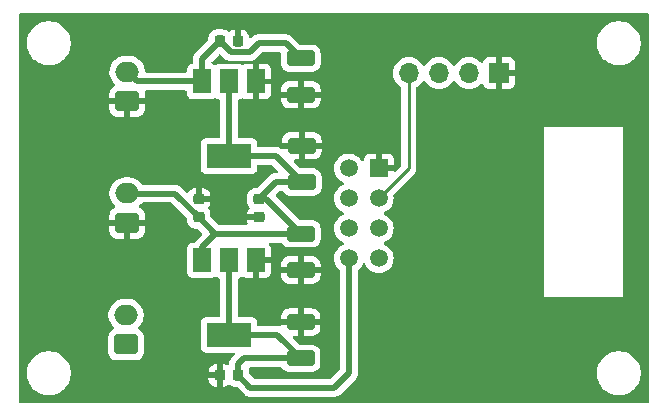
<source format=gbr>
%TF.GenerationSoftware,KiCad,Pcbnew,8.0.4*%
%TF.CreationDate,2024-12-12T17:07:26+08:00*%
%TF.ProjectId,esp01s-power-board,65737030-3173-42d7-906f-7765722d626f,rev?*%
%TF.SameCoordinates,Original*%
%TF.FileFunction,Copper,L1,Top*%
%TF.FilePolarity,Positive*%
%FSLAX46Y46*%
G04 Gerber Fmt 4.6, Leading zero omitted, Abs format (unit mm)*
G04 Created by KiCad (PCBNEW 8.0.4) date 2024-12-12 17:07:26*
%MOMM*%
%LPD*%
G01*
G04 APERTURE LIST*
G04 Aperture macros list*
%AMRoundRect*
0 Rectangle with rounded corners*
0 $1 Rounding radius*
0 $2 $3 $4 $5 $6 $7 $8 $9 X,Y pos of 4 corners*
0 Add a 4 corners polygon primitive as box body*
4,1,4,$2,$3,$4,$5,$6,$7,$8,$9,$2,$3,0*
0 Add four circle primitives for the rounded corners*
1,1,$1+$1,$2,$3*
1,1,$1+$1,$4,$5*
1,1,$1+$1,$6,$7*
1,1,$1+$1,$8,$9*
0 Add four rect primitives between the rounded corners*
20,1,$1+$1,$2,$3,$4,$5,0*
20,1,$1+$1,$4,$5,$6,$7,0*
20,1,$1+$1,$6,$7,$8,$9,0*
20,1,$1+$1,$8,$9,$2,$3,0*%
G04 Aperture macros list end*
%TA.AperFunction,SMDPad,CuDef*%
%ADD10R,1.500000X2.000000*%
%TD*%
%TA.AperFunction,SMDPad,CuDef*%
%ADD11R,3.800000X2.000000*%
%TD*%
%TA.AperFunction,ComponentPad*%
%ADD12R,1.700000X1.700000*%
%TD*%
%TA.AperFunction,ComponentPad*%
%ADD13O,1.700000X1.700000*%
%TD*%
%TA.AperFunction,ComponentPad*%
%ADD14R,1.500000X1.500000*%
%TD*%
%TA.AperFunction,ComponentPad*%
%ADD15C,1.500000*%
%TD*%
%TA.AperFunction,SMDPad,CuDef*%
%ADD16RoundRect,0.225000X0.250000X-0.225000X0.250000X0.225000X-0.250000X0.225000X-0.250000X-0.225000X0*%
%TD*%
%TA.AperFunction,ComponentPad*%
%ADD17RoundRect,0.250000X0.750000X-0.600000X0.750000X0.600000X-0.750000X0.600000X-0.750000X-0.600000X0*%
%TD*%
%TA.AperFunction,ComponentPad*%
%ADD18O,2.000000X1.700000*%
%TD*%
%TA.AperFunction,SMDPad,CuDef*%
%ADD19RoundRect,0.250000X-0.925000X0.412500X-0.925000X-0.412500X0.925000X-0.412500X0.925000X0.412500X0*%
%TD*%
%TA.AperFunction,SMDPad,CuDef*%
%ADD20RoundRect,0.250000X0.925000X-0.412500X0.925000X0.412500X-0.925000X0.412500X-0.925000X-0.412500X0*%
%TD*%
%TA.AperFunction,SMDPad,CuDef*%
%ADD21RoundRect,0.225000X-0.225000X-0.250000X0.225000X-0.250000X0.225000X0.250000X-0.225000X0.250000X0*%
%TD*%
%TA.AperFunction,SMDPad,CuDef*%
%ADD22RoundRect,0.225000X-0.250000X0.225000X-0.250000X-0.225000X0.250000X-0.225000X0.250000X0.225000X0*%
%TD*%
%TA.AperFunction,SMDPad,CuDef*%
%ADD23RoundRect,0.225000X0.225000X0.250000X-0.225000X0.250000X-0.225000X-0.250000X0.225000X-0.250000X0*%
%TD*%
%TA.AperFunction,Conductor*%
%ADD24C,0.250000*%
%TD*%
%TA.AperFunction,Conductor*%
%ADD25C,0.500000*%
%TD*%
%TA.AperFunction,Conductor*%
%ADD26C,1.000000*%
%TD*%
%TA.AperFunction,Conductor*%
%ADD27C,0.750000*%
%TD*%
G04 APERTURE END LIST*
D10*
%TO.P,U2,1,GND*%
%TO.N,GND*%
X68340000Y-69194935D03*
%TO.P,U2,2,VO*%
%TO.N,+3V3*%
X66040000Y-69194935D03*
D11*
X66040000Y-75494935D03*
D10*
%TO.P,U2,3,VI*%
%TO.N,+5V*%
X63740000Y-69194935D03*
%TD*%
%TO.P,U3,1,GND*%
%TO.N,GND*%
X68340000Y-54045063D03*
%TO.P,U3,2,VO*%
%TO.N,+5V*%
X66040000Y-54045063D03*
D11*
X66040000Y-60345063D03*
D10*
%TO.P,U3,3,VI*%
%TO.N,+12V*%
X63740000Y-54045063D03*
%TD*%
D12*
%TO.P,J5,1,Pin_1*%
%TO.N,GND*%
X88900000Y-53340000D03*
D13*
%TO.P,J5,2,Pin_2*%
%TO.N,RX*%
X86360000Y-53340000D03*
%TO.P,J5,3,Pin_3*%
%TO.N,TX*%
X83820000Y-53340000D03*
%TO.P,J5,4,Pin_4*%
%TO.N,GPIO2*%
X81280000Y-53340000D03*
%TD*%
D14*
%TO.P,U1,1,GND*%
%TO.N,GND*%
X78740000Y-61407500D03*
D15*
%TO.P,U1,2,IO2*%
%TO.N,GPIO2*%
X78740000Y-63947500D03*
%TO.P,U1,3,IO0*%
%TO.N,unconnected-(U1-IO0-Pad3)*%
X78740000Y-66487500D03*
%TO.P,U1,4,RXD*%
%TO.N,RX*%
X78740000Y-69027500D03*
%TO.P,U1,5,TXD*%
%TO.N,TX*%
X76200000Y-61407500D03*
%TO.P,U1,6,EN*%
%TO.N,unconnected-(U1-EN-Pad6)*%
X76200000Y-63947500D03*
%TO.P,U1,7,~{RST}*%
%TO.N,unconnected-(U1-~{RST}-Pad7)*%
X76200000Y-66487500D03*
%TO.P,U1,8,VCC*%
%TO.N,+3V3*%
X76200000Y-69027500D03*
%TD*%
D16*
%TO.P,C2,1*%
%TO.N,+5V*%
X63500000Y-65544999D03*
%TO.P,C2,2*%
%TO.N,GND*%
X63500000Y-63994999D03*
%TD*%
D17*
%TO.P,J4,1,Pin_1*%
%TO.N,GND*%
X57426115Y-66020000D03*
D18*
%TO.P,J4,2,Pin_2*%
%TO.N,+5V*%
X57426115Y-63520000D03*
%TD*%
D19*
%TO.P,C1,1*%
%TO.N,+5V*%
X72128525Y-66933200D03*
%TO.P,C1,2*%
%TO.N,GND*%
X72128525Y-70008200D03*
%TD*%
D20*
%TO.P,C4,1*%
%TO.N,+3V3*%
X72122500Y-77499601D03*
%TO.P,C4,2*%
%TO.N,GND*%
X72122500Y-74424601D03*
%TD*%
%TO.P,C8,1*%
%TO.N,+5V*%
X72210100Y-62561800D03*
%TO.P,C8,2*%
%TO.N,GND*%
X72210100Y-59486800D03*
%TD*%
D21*
%TO.P,C6,1*%
%TO.N,+12V*%
X65265000Y-50620127D03*
%TO.P,C6,2*%
%TO.N,GND*%
X66815000Y-50620127D03*
%TD*%
D22*
%TO.P,C7,1*%
%TO.N,+5V*%
X68580000Y-63994999D03*
%TO.P,C7,2*%
%TO.N,GND*%
X68580000Y-65544999D03*
%TD*%
D17*
%TO.P,J2,1,Pin_1*%
%TO.N,RX*%
X57336793Y-76313836D03*
D18*
%TO.P,J2,2,Pin_2*%
%TO.N,TX*%
X57336793Y-73813836D03*
%TD*%
D23*
%TO.P,C3,1*%
%TO.N,+3V3*%
X66810177Y-78919873D03*
%TO.P,C3,2*%
%TO.N,GND*%
X65260177Y-78919873D03*
%TD*%
D19*
%TO.P,C5,1*%
%TO.N,+12V*%
X72128525Y-52085400D03*
%TO.P,C5,2*%
%TO.N,GND*%
X72128525Y-55160400D03*
%TD*%
D17*
%TO.P,J1,1,Pin_1*%
%TO.N,GND*%
X57426115Y-55726164D03*
D18*
%TO.P,J1,2,Pin_2*%
%TO.N,+12V*%
X57426115Y-53226164D03*
%TD*%
D24*
%TO.N,TX*%
X57341748Y-73660000D02*
X57336793Y-73655045D01*
%TO.N,GPIO2*%
X81280000Y-53340000D02*
X81280000Y-61407500D01*
X81280000Y-61407500D02*
X78740000Y-63947500D01*
%TO.N,RX*%
X57341748Y-76160000D02*
X57336793Y-76155045D01*
D25*
%TO.N,+12V*%
X65265000Y-50620127D02*
X63740000Y-52145127D01*
X72128525Y-52085400D02*
X70843125Y-50800000D01*
X66190000Y-51545127D02*
X65265000Y-50620127D01*
X68580000Y-50800000D02*
X67834873Y-51545127D01*
X67834873Y-51545127D02*
X66190000Y-51545127D01*
X63740000Y-52145127D02*
X63740000Y-54045063D01*
D26*
X57619618Y-53067373D02*
X57426115Y-53067373D01*
D25*
X58245014Y-54045063D02*
X57426115Y-53226164D01*
X70843125Y-50800000D02*
X68580000Y-50800000D01*
X63740000Y-54045063D02*
X58245014Y-54045063D01*
%TO.N,+3V3*%
X66040000Y-75494935D02*
X70117834Y-75494935D01*
X74963120Y-79976880D02*
X76200000Y-78740000D01*
X72122500Y-77499601D02*
X67280399Y-77499601D01*
X66810177Y-77969823D02*
X66810177Y-78919873D01*
X66810177Y-78919873D02*
X67867184Y-79976880D01*
X66040000Y-69194935D02*
X66040000Y-75494935D01*
X76200000Y-78740000D02*
X76200000Y-69027500D01*
X67867184Y-79976880D02*
X74963120Y-79976880D01*
X70117834Y-75494935D02*
X72122500Y-77499601D01*
X67280399Y-77499601D02*
X66810177Y-77969823D01*
%TO.N,+5V*%
X68580000Y-63994999D02*
X69190324Y-63994999D01*
X64888201Y-66933200D02*
X72128525Y-66933200D01*
X66040000Y-54045063D02*
X66040000Y-60345063D01*
X70013199Y-62561800D02*
X68580000Y-63994999D01*
X64888201Y-66933200D02*
X63740000Y-68081401D01*
D27*
X57426115Y-63427695D02*
X57538420Y-63540000D01*
D25*
X63500000Y-65544999D02*
X64888201Y-66933200D01*
X61495001Y-63540000D02*
X63500000Y-65544999D01*
X57538420Y-63540000D02*
X61495001Y-63540000D01*
X57518420Y-63520000D02*
X57538420Y-63540000D01*
X66040000Y-60345063D02*
X69993363Y-60345063D01*
X72210100Y-62561800D02*
X70013199Y-62561800D01*
X69993363Y-60345063D02*
X72210100Y-62561800D01*
X69190324Y-63994999D02*
X72128525Y-66933200D01*
X57426115Y-63520000D02*
X57518420Y-63520000D01*
X63740000Y-68081401D02*
X63740000Y-69194935D01*
%TD*%
%TA.AperFunction,Conductor*%
%TO.N,GND*%
G36*
X101543039Y-48279685D02*
G01*
X101588794Y-48332489D01*
X101600000Y-48384000D01*
X101600000Y-81156000D01*
X101580315Y-81223039D01*
X101527511Y-81268794D01*
X101476000Y-81280000D01*
X48384000Y-81280000D01*
X48316961Y-81260315D01*
X48271206Y-81207511D01*
X48260000Y-81156000D01*
X48260000Y-78618711D01*
X48949500Y-78618711D01*
X48949500Y-78861287D01*
X48981161Y-79101785D01*
X49043947Y-79336104D01*
X49102869Y-79478354D01*
X49136776Y-79560212D01*
X49258064Y-79770289D01*
X49258066Y-79770292D01*
X49258067Y-79770293D01*
X49405733Y-79962736D01*
X49405739Y-79962743D01*
X49577256Y-80134260D01*
X49577262Y-80134265D01*
X49769711Y-80281936D01*
X49979788Y-80403224D01*
X50203900Y-80496054D01*
X50438211Y-80558838D01*
X50618586Y-80582584D01*
X50678711Y-80590500D01*
X50678712Y-80590500D01*
X50921289Y-80590500D01*
X50969388Y-80584167D01*
X51161789Y-80558838D01*
X51396100Y-80496054D01*
X51620212Y-80403224D01*
X51830289Y-80281936D01*
X52022738Y-80134265D01*
X52194265Y-79962738D01*
X52341936Y-79770289D01*
X52463224Y-79560212D01*
X52556054Y-79336100D01*
X52587647Y-79218195D01*
X64310178Y-79218195D01*
X64320321Y-79317480D01*
X64373629Y-79478354D01*
X64373634Y-79478365D01*
X64462601Y-79622601D01*
X64462604Y-79622605D01*
X64582444Y-79742445D01*
X64582448Y-79742448D01*
X64726684Y-79831415D01*
X64726695Y-79831420D01*
X64887570Y-79884728D01*
X64986860Y-79894872D01*
X65010177Y-79894871D01*
X65010177Y-79169873D01*
X64310178Y-79169873D01*
X64310178Y-79218195D01*
X52587647Y-79218195D01*
X52618838Y-79101789D01*
X52650500Y-78861288D01*
X52650500Y-78621550D01*
X64310177Y-78621550D01*
X64310177Y-78669873D01*
X65010177Y-78669873D01*
X65010177Y-77944872D01*
X64986870Y-77944873D01*
X64986851Y-77944874D01*
X64887569Y-77955017D01*
X64726695Y-78008325D01*
X64726684Y-78008330D01*
X64582448Y-78097297D01*
X64582444Y-78097300D01*
X64462604Y-78217140D01*
X64462601Y-78217144D01*
X64373634Y-78361380D01*
X64373629Y-78361391D01*
X64320321Y-78522266D01*
X64310177Y-78621550D01*
X52650500Y-78621550D01*
X52650500Y-78618712D01*
X52647630Y-78596915D01*
X52637803Y-78522266D01*
X52618838Y-78378211D01*
X52556054Y-78143900D01*
X52463224Y-77919788D01*
X52341936Y-77709711D01*
X52194265Y-77517262D01*
X52194260Y-77517256D01*
X52022743Y-77345739D01*
X52022736Y-77345733D01*
X51830293Y-77198067D01*
X51830292Y-77198066D01*
X51830289Y-77198064D01*
X51620212Y-77076776D01*
X51598837Y-77067922D01*
X51396104Y-76983947D01*
X51278944Y-76952554D01*
X51161789Y-76921162D01*
X51161788Y-76921161D01*
X51161785Y-76921161D01*
X50921289Y-76889500D01*
X50921288Y-76889500D01*
X50678712Y-76889500D01*
X50678711Y-76889500D01*
X50438214Y-76921161D01*
X50203895Y-76983947D01*
X49979794Y-77076773D01*
X49979785Y-77076777D01*
X49769706Y-77198067D01*
X49577263Y-77345733D01*
X49577256Y-77345739D01*
X49405739Y-77517256D01*
X49405733Y-77517263D01*
X49258067Y-77709706D01*
X49136777Y-77919785D01*
X49136773Y-77919794D01*
X49043947Y-78143895D01*
X48981161Y-78378214D01*
X48949500Y-78618711D01*
X48260000Y-78618711D01*
X48260000Y-73707549D01*
X55836293Y-73707549D01*
X55836293Y-73920123D01*
X55869547Y-74130079D01*
X55909356Y-74252599D01*
X55935237Y-74332250D01*
X56031744Y-74521656D01*
X56156683Y-74693622D01*
X56295498Y-74832437D01*
X56328983Y-74893760D01*
X56323999Y-74963452D01*
X56282127Y-75019385D01*
X56272914Y-75025657D01*
X56118135Y-75121125D01*
X55994082Y-75245178D01*
X55901980Y-75394499D01*
X55901978Y-75394504D01*
X55874142Y-75478506D01*
X55846794Y-75561039D01*
X55846794Y-75561040D01*
X55846793Y-75561040D01*
X55836293Y-75663819D01*
X55836293Y-76963837D01*
X55836294Y-76963854D01*
X55846793Y-77066632D01*
X55846794Y-77066635D01*
X55893345Y-77207115D01*
X55901979Y-77233170D01*
X55994081Y-77382492D01*
X56118137Y-77506548D01*
X56267459Y-77598650D01*
X56433996Y-77653835D01*
X56536784Y-77664336D01*
X58136801Y-77664335D01*
X58239590Y-77653835D01*
X58406127Y-77598650D01*
X58555449Y-77506548D01*
X58679505Y-77382492D01*
X58771607Y-77233170D01*
X58826792Y-77066633D01*
X58837293Y-76963845D01*
X58837292Y-75663828D01*
X58826792Y-75561039D01*
X58771607Y-75394502D01*
X58679505Y-75245180D01*
X58555449Y-75121124D01*
X58406127Y-75029022D01*
X58406126Y-75029021D01*
X58400671Y-75025657D01*
X58353947Y-74973709D01*
X58342724Y-74904746D01*
X58370568Y-74840664D01*
X58378065Y-74832459D01*
X58516897Y-74693628D01*
X58570075Y-74620435D01*
X58641841Y-74521656D01*
X58641840Y-74521656D01*
X58641844Y-74521652D01*
X58738350Y-74332248D01*
X58804039Y-74130079D01*
X58837293Y-73920123D01*
X58837293Y-73707549D01*
X58804039Y-73497593D01*
X58738350Y-73295424D01*
X58641844Y-73106020D01*
X58641842Y-73106017D01*
X58641841Y-73106015D01*
X58516902Y-72934049D01*
X58366579Y-72783726D01*
X58194613Y-72658787D01*
X58005207Y-72562280D01*
X58005206Y-72562279D01*
X58005205Y-72562279D01*
X57803036Y-72496590D01*
X57803034Y-72496589D01*
X57803033Y-72496589D01*
X57641750Y-72471044D01*
X57593080Y-72463336D01*
X57080506Y-72463336D01*
X57031835Y-72471044D01*
X56870553Y-72496589D01*
X56668378Y-72562280D01*
X56478972Y-72658787D01*
X56307006Y-72783726D01*
X56156683Y-72934049D01*
X56031744Y-73106015D01*
X55935237Y-73295421D01*
X55869546Y-73497596D01*
X55838601Y-73692976D01*
X55836293Y-73707549D01*
X48260000Y-73707549D01*
X48260000Y-53119877D01*
X55925615Y-53119877D01*
X55925615Y-53332451D01*
X55958869Y-53542407D01*
X56023103Y-53740099D01*
X56024559Y-53744578D01*
X56121066Y-53933984D01*
X56246005Y-54105950D01*
X56385183Y-54245128D01*
X56418668Y-54306451D01*
X56413684Y-54376143D01*
X56371812Y-54432076D01*
X56362599Y-54438347D01*
X56207774Y-54533844D01*
X56207770Y-54533847D01*
X56083799Y-54657818D01*
X55991758Y-54807039D01*
X55991756Y-54807044D01*
X55936609Y-54973466D01*
X55936608Y-54973473D01*
X55926115Y-55076177D01*
X55926115Y-55476164D01*
X56993103Y-55476164D01*
X56960190Y-55533171D01*
X56926115Y-55660338D01*
X56926115Y-55791990D01*
X56960190Y-55919157D01*
X56993103Y-55976164D01*
X55926116Y-55976164D01*
X55926116Y-56376150D01*
X55936609Y-56478861D01*
X55991756Y-56645283D01*
X55991758Y-56645288D01*
X56083799Y-56794509D01*
X56207769Y-56918479D01*
X56356990Y-57010520D01*
X56356995Y-57010522D01*
X56523417Y-57065669D01*
X56523424Y-57065670D01*
X56626134Y-57076163D01*
X57176114Y-57076163D01*
X57176115Y-57076162D01*
X57176115Y-56159176D01*
X57233122Y-56192089D01*
X57360289Y-56226164D01*
X57491941Y-56226164D01*
X57619108Y-56192089D01*
X57676115Y-56159176D01*
X57676115Y-57076163D01*
X58226087Y-57076163D01*
X58226101Y-57076162D01*
X58328812Y-57065669D01*
X58495234Y-57010522D01*
X58495239Y-57010520D01*
X58644460Y-56918479D01*
X58768430Y-56794509D01*
X58860471Y-56645288D01*
X58860473Y-56645283D01*
X58915620Y-56478861D01*
X58915621Y-56478854D01*
X58926114Y-56376150D01*
X58926115Y-56376137D01*
X58926115Y-55976164D01*
X57859127Y-55976164D01*
X57892040Y-55919157D01*
X57926115Y-55791990D01*
X57926115Y-55660338D01*
X57892040Y-55533171D01*
X57859127Y-55476164D01*
X58926114Y-55476164D01*
X58926114Y-55076192D01*
X58926113Y-55076177D01*
X58915620Y-54973467D01*
X58910683Y-54958565D01*
X58908283Y-54888736D01*
X58944016Y-54828695D01*
X59006536Y-54797504D01*
X59028390Y-54795563D01*
X62365501Y-54795563D01*
X62432540Y-54815248D01*
X62478295Y-54868052D01*
X62489501Y-54919563D01*
X62489501Y-55092939D01*
X62495908Y-55152546D01*
X62546202Y-55287391D01*
X62546206Y-55287398D01*
X62632452Y-55402607D01*
X62632455Y-55402610D01*
X62747664Y-55488856D01*
X62747671Y-55488860D01*
X62882517Y-55539154D01*
X62882516Y-55539154D01*
X62889444Y-55539898D01*
X62942127Y-55545563D01*
X64537872Y-55545562D01*
X64597483Y-55539154D01*
X64732331Y-55488859D01*
X64815689Y-55426456D01*
X64881153Y-55402040D01*
X64949426Y-55416891D01*
X64964311Y-55426457D01*
X65047669Y-55488859D01*
X65047671Y-55488860D01*
X65182517Y-55539154D01*
X65190062Y-55540937D01*
X65189523Y-55543214D01*
X65243287Y-55565471D01*
X65283147Y-55622856D01*
X65289500Y-55662038D01*
X65289500Y-58720563D01*
X65269815Y-58787602D01*
X65217011Y-58833357D01*
X65165500Y-58844563D01*
X64092129Y-58844563D01*
X64092123Y-58844564D01*
X64032516Y-58850971D01*
X63897671Y-58901265D01*
X63897664Y-58901269D01*
X63782455Y-58987515D01*
X63782452Y-58987518D01*
X63696206Y-59102727D01*
X63696202Y-59102734D01*
X63645908Y-59237580D01*
X63639501Y-59297179D01*
X63639501Y-59297186D01*
X63639500Y-59297198D01*
X63639500Y-61392933D01*
X63639501Y-61392939D01*
X63645908Y-61452546D01*
X63696202Y-61587391D01*
X63696206Y-61587398D01*
X63782452Y-61702607D01*
X63782455Y-61702610D01*
X63897664Y-61788856D01*
X63897671Y-61788860D01*
X64032517Y-61839154D01*
X64032516Y-61839154D01*
X64039444Y-61839898D01*
X64092127Y-61845563D01*
X67987872Y-61845562D01*
X68047483Y-61839154D01*
X68182331Y-61788859D01*
X68297546Y-61702609D01*
X68383796Y-61587394D01*
X68434091Y-61452546D01*
X68440500Y-61392936D01*
X68440500Y-61219563D01*
X68460185Y-61152524D01*
X68512989Y-61106769D01*
X68564500Y-61095563D01*
X69631133Y-61095563D01*
X69698172Y-61115248D01*
X69718814Y-61131882D01*
X70186551Y-61599619D01*
X70220036Y-61660942D01*
X70215052Y-61730634D01*
X70173180Y-61786567D01*
X70107716Y-61810984D01*
X70098870Y-61811300D01*
X69939279Y-61811300D01*
X69810976Y-61836822D01*
X69799253Y-61839154D01*
X69798240Y-61839355D01*
X69794287Y-61840141D01*
X69794281Y-61840143D01*
X69657710Y-61896712D01*
X69657697Y-61896719D01*
X69534783Y-61978848D01*
X69534779Y-61978851D01*
X68505449Y-63008180D01*
X68444126Y-63041665D01*
X68417769Y-63044499D01*
X68281663Y-63044499D01*
X68281644Y-63044500D01*
X68182292Y-63054649D01*
X68182289Y-63054650D01*
X68021305Y-63107995D01*
X68021294Y-63108000D01*
X67876959Y-63197028D01*
X67876955Y-63197031D01*
X67757032Y-63316954D01*
X67757029Y-63316958D01*
X67668001Y-63461293D01*
X67667996Y-63461304D01*
X67614651Y-63622289D01*
X67604500Y-63721646D01*
X67604500Y-64268336D01*
X67604501Y-64268354D01*
X67614650Y-64367706D01*
X67614651Y-64367709D01*
X67667996Y-64528693D01*
X67668001Y-64528704D01*
X67757029Y-64673039D01*
X67757032Y-64673043D01*
X67766660Y-64682671D01*
X67800145Y-64743994D01*
X67795161Y-64813686D01*
X67766663Y-64858030D01*
X67757428Y-64867264D01*
X67757424Y-64867270D01*
X67668457Y-65011506D01*
X67668452Y-65011517D01*
X67615144Y-65172392D01*
X67605000Y-65271676D01*
X67605000Y-65294999D01*
X68706000Y-65294999D01*
X68773039Y-65314684D01*
X68818794Y-65367488D01*
X68830000Y-65418999D01*
X68830000Y-65670999D01*
X68810315Y-65738038D01*
X68757511Y-65783793D01*
X68706000Y-65794999D01*
X67605001Y-65794999D01*
X67605001Y-65818321D01*
X67615144Y-65917606D01*
X67648973Y-66019696D01*
X67651375Y-66089525D01*
X67615643Y-66149567D01*
X67553122Y-66180759D01*
X67531267Y-66182700D01*
X65250430Y-66182700D01*
X65183391Y-66163015D01*
X65162749Y-66146381D01*
X64511818Y-65495449D01*
X64478333Y-65434126D01*
X64475499Y-65407768D01*
X64475499Y-65271661D01*
X64475498Y-65271643D01*
X64465349Y-65172291D01*
X64465348Y-65172288D01*
X64441684Y-65100875D01*
X64412003Y-65011302D01*
X64411999Y-65011296D01*
X64411998Y-65011293D01*
X64322970Y-64866958D01*
X64322967Y-64866954D01*
X64313339Y-64857326D01*
X64279854Y-64796003D01*
X64284838Y-64726311D01*
X64313345Y-64681958D01*
X64322573Y-64672730D01*
X64411542Y-64528491D01*
X64411547Y-64528480D01*
X64464855Y-64367605D01*
X64474999Y-64268321D01*
X64475000Y-64268308D01*
X64475000Y-64244999D01*
X63374000Y-64244999D01*
X63306961Y-64225314D01*
X63261206Y-64172510D01*
X63250000Y-64120999D01*
X63250000Y-63744999D01*
X63750000Y-63744999D01*
X64474999Y-63744999D01*
X64474999Y-63721691D01*
X64474998Y-63721676D01*
X64464855Y-63622391D01*
X64411547Y-63461517D01*
X64411542Y-63461506D01*
X64322575Y-63317270D01*
X64322572Y-63317266D01*
X64202732Y-63197426D01*
X64202728Y-63197423D01*
X64058492Y-63108456D01*
X64058481Y-63108451D01*
X63897606Y-63055143D01*
X63798322Y-63044999D01*
X63750000Y-63044999D01*
X63750000Y-63744999D01*
X63250000Y-63744999D01*
X63250000Y-63044999D01*
X63249999Y-63044998D01*
X63201693Y-63044999D01*
X63201675Y-63045000D01*
X63102392Y-63055143D01*
X62941518Y-63108451D01*
X62941507Y-63108456D01*
X62797271Y-63197423D01*
X62797267Y-63197426D01*
X62677426Y-63317267D01*
X62628599Y-63396428D01*
X62576651Y-63443152D01*
X62507688Y-63454373D01*
X62443606Y-63426529D01*
X62435380Y-63419011D01*
X61973422Y-62957052D01*
X61973415Y-62957046D01*
X61899730Y-62907812D01*
X61899730Y-62907813D01*
X61850492Y-62874913D01*
X61713918Y-62818343D01*
X61713908Y-62818340D01*
X61568921Y-62789500D01*
X61568919Y-62789500D01*
X58777866Y-62789500D01*
X58710827Y-62769815D01*
X58677547Y-62738384D01*
X58606222Y-62640211D01*
X58455901Y-62489890D01*
X58283935Y-62364951D01*
X58094529Y-62268444D01*
X58094528Y-62268443D01*
X58094527Y-62268443D01*
X57892358Y-62202754D01*
X57892356Y-62202753D01*
X57892355Y-62202753D01*
X57731072Y-62177208D01*
X57682402Y-62169500D01*
X57169828Y-62169500D01*
X57121157Y-62177208D01*
X56959875Y-62202753D01*
X56757700Y-62268444D01*
X56568294Y-62364951D01*
X56396328Y-62489890D01*
X56246005Y-62640213D01*
X56121066Y-62812179D01*
X56024559Y-63001585D01*
X55958868Y-63203760D01*
X55925615Y-63413713D01*
X55925615Y-63626286D01*
X55949567Y-63777517D01*
X55958869Y-63836243D01*
X55995019Y-63947502D01*
X56024559Y-64038414D01*
X56121066Y-64227820D01*
X56246005Y-64399786D01*
X56385183Y-64538964D01*
X56418668Y-64600287D01*
X56413684Y-64669979D01*
X56371812Y-64725912D01*
X56362599Y-64732183D01*
X56207774Y-64827680D01*
X56207770Y-64827683D01*
X56083799Y-64951654D01*
X55991758Y-65100875D01*
X55991756Y-65100880D01*
X55936609Y-65267302D01*
X55936608Y-65267309D01*
X55926115Y-65370013D01*
X55926115Y-65770000D01*
X56993103Y-65770000D01*
X56960190Y-65827007D01*
X56926115Y-65954174D01*
X56926115Y-66085826D01*
X56960190Y-66212993D01*
X56993103Y-66270000D01*
X55926116Y-66270000D01*
X55926116Y-66669986D01*
X55936609Y-66772697D01*
X55991756Y-66939119D01*
X55991758Y-66939124D01*
X56083799Y-67088345D01*
X56207769Y-67212315D01*
X56356990Y-67304356D01*
X56356995Y-67304358D01*
X56523417Y-67359505D01*
X56523424Y-67359506D01*
X56626134Y-67369999D01*
X57176114Y-67369999D01*
X57176115Y-67369998D01*
X57176115Y-66453012D01*
X57233122Y-66485925D01*
X57360289Y-66520000D01*
X57491941Y-66520000D01*
X57619108Y-66485925D01*
X57676115Y-66453012D01*
X57676115Y-67369999D01*
X58226087Y-67369999D01*
X58226101Y-67369998D01*
X58328812Y-67359505D01*
X58495234Y-67304358D01*
X58495239Y-67304356D01*
X58644460Y-67212315D01*
X58768430Y-67088345D01*
X58860471Y-66939124D01*
X58860473Y-66939119D01*
X58915620Y-66772697D01*
X58915621Y-66772690D01*
X58926114Y-66669986D01*
X58926115Y-66669973D01*
X58926115Y-66270000D01*
X57859127Y-66270000D01*
X57892040Y-66212993D01*
X57926115Y-66085826D01*
X57926115Y-65954174D01*
X57892040Y-65827007D01*
X57859127Y-65770000D01*
X58926114Y-65770000D01*
X58926114Y-65370028D01*
X58926113Y-65370013D01*
X58915620Y-65267302D01*
X58860473Y-65100880D01*
X58860471Y-65100875D01*
X58768430Y-64951654D01*
X58644460Y-64827684D01*
X58489630Y-64732184D01*
X58442906Y-64680236D01*
X58431683Y-64611273D01*
X58459527Y-64547191D01*
X58467024Y-64538986D01*
X58606219Y-64399792D01*
X58648486Y-64341615D01*
X58703816Y-64298949D01*
X58748805Y-64290500D01*
X61132771Y-64290500D01*
X61199810Y-64310185D01*
X61220452Y-64326819D01*
X62488181Y-65594548D01*
X62521666Y-65655871D01*
X62524500Y-65682228D01*
X62524500Y-65818335D01*
X62524501Y-65818354D01*
X62534650Y-65917706D01*
X62534651Y-65917709D01*
X62587996Y-66078693D01*
X62588001Y-66078704D01*
X62677029Y-66223039D01*
X62677032Y-66223043D01*
X62796955Y-66342966D01*
X62796959Y-66342969D01*
X62941294Y-66431997D01*
X62941297Y-66431998D01*
X62941303Y-66432002D01*
X63102292Y-66485348D01*
X63201655Y-66495499D01*
X63337769Y-66495498D01*
X63404809Y-66515182D01*
X63425451Y-66531817D01*
X63739152Y-66845518D01*
X63772637Y-66906841D01*
X63767653Y-66976533D01*
X63739152Y-67020880D01*
X63157052Y-67602979D01*
X63157049Y-67602982D01*
X63132766Y-67639326D01*
X63079154Y-67684131D01*
X63029665Y-67694435D01*
X62942130Y-67694435D01*
X62942123Y-67694436D01*
X62882516Y-67700843D01*
X62747671Y-67751137D01*
X62747664Y-67751141D01*
X62632455Y-67837387D01*
X62632452Y-67837390D01*
X62546206Y-67952599D01*
X62546202Y-67952606D01*
X62495908Y-68087452D01*
X62489501Y-68147051D01*
X62489500Y-68147070D01*
X62489500Y-70242805D01*
X62489501Y-70242811D01*
X62495908Y-70302418D01*
X62546202Y-70437263D01*
X62546206Y-70437270D01*
X62632452Y-70552479D01*
X62632455Y-70552482D01*
X62747664Y-70638728D01*
X62747671Y-70638732D01*
X62882517Y-70689026D01*
X62882516Y-70689026D01*
X62889444Y-70689770D01*
X62942127Y-70695435D01*
X64537872Y-70695434D01*
X64597483Y-70689026D01*
X64732331Y-70638731D01*
X64815689Y-70576328D01*
X64881153Y-70551912D01*
X64949426Y-70566763D01*
X64964311Y-70576329D01*
X65047669Y-70638731D01*
X65047671Y-70638732D01*
X65182517Y-70689026D01*
X65190062Y-70690809D01*
X65189523Y-70693086D01*
X65243287Y-70715343D01*
X65283147Y-70772728D01*
X65289500Y-70811910D01*
X65289500Y-73870435D01*
X65269815Y-73937474D01*
X65217011Y-73983229D01*
X65165500Y-73994435D01*
X64092129Y-73994435D01*
X64092123Y-73994436D01*
X64032516Y-74000843D01*
X63897671Y-74051137D01*
X63897664Y-74051141D01*
X63782455Y-74137387D01*
X63782452Y-74137390D01*
X63696206Y-74252599D01*
X63696202Y-74252606D01*
X63645908Y-74387452D01*
X63639501Y-74447051D01*
X63639501Y-74447058D01*
X63639500Y-74447070D01*
X63639500Y-76542805D01*
X63639501Y-76542811D01*
X63645908Y-76602418D01*
X63696202Y-76737263D01*
X63696206Y-76737270D01*
X63782452Y-76852479D01*
X63782455Y-76852482D01*
X63897664Y-76938728D01*
X63897671Y-76938732D01*
X64032517Y-76989026D01*
X64032516Y-76989026D01*
X64039444Y-76989770D01*
X64092127Y-76995435D01*
X66423835Y-76995434D01*
X66490874Y-77015119D01*
X66536629Y-77067922D01*
X66546573Y-77137081D01*
X66517548Y-77200637D01*
X66511516Y-77207115D01*
X66227226Y-77491405D01*
X66227224Y-77491408D01*
X66209948Y-77517262D01*
X66209949Y-77517263D01*
X66145091Y-77614331D01*
X66088520Y-77750905D01*
X66088517Y-77750915D01*
X66059677Y-77895902D01*
X66059677Y-77950232D01*
X66039992Y-78017271D01*
X65987188Y-78063026D01*
X65918030Y-78072970D01*
X65870580Y-78055770D01*
X65793669Y-78008330D01*
X65793658Y-78008325D01*
X65632783Y-77955017D01*
X65533499Y-77944873D01*
X65510177Y-77944873D01*
X65510177Y-79894872D01*
X65533485Y-79894872D01*
X65533499Y-79894871D01*
X65632784Y-79884728D01*
X65793658Y-79831420D01*
X65793669Y-79831415D01*
X65937908Y-79742446D01*
X65947136Y-79733218D01*
X66008456Y-79699729D01*
X66078148Y-79704708D01*
X66122504Y-79733212D01*
X66132132Y-79742840D01*
X66132136Y-79742843D01*
X66276471Y-79831871D01*
X66276474Y-79831872D01*
X66276480Y-79831876D01*
X66437469Y-79885222D01*
X66536832Y-79895373D01*
X66672946Y-79895372D01*
X66739986Y-79915056D01*
X66760628Y-79931691D01*
X67284233Y-80455296D01*
X67388768Y-80559831D01*
X67388771Y-80559833D01*
X67388772Y-80559834D01*
X67511687Y-80641963D01*
X67511690Y-80641965D01*
X67568263Y-80665398D01*
X67568264Y-80665398D01*
X67648272Y-80698539D01*
X67764425Y-80721643D01*
X67783652Y-80725467D01*
X67793265Y-80727380D01*
X67793266Y-80727380D01*
X75037040Y-80727380D01*
X75134582Y-80707976D01*
X75182033Y-80698538D01*
X75318615Y-80641964D01*
X75367849Y-80609066D01*
X75441536Y-80559832D01*
X76782951Y-79218416D01*
X76865084Y-79095495D01*
X76921658Y-78958913D01*
X76941077Y-78861288D01*
X76950500Y-78813918D01*
X76950500Y-78618711D01*
X97209500Y-78618711D01*
X97209500Y-78861287D01*
X97241161Y-79101785D01*
X97303947Y-79336104D01*
X97362869Y-79478354D01*
X97396776Y-79560212D01*
X97518064Y-79770289D01*
X97518066Y-79770292D01*
X97518067Y-79770293D01*
X97665733Y-79962736D01*
X97665739Y-79962743D01*
X97837256Y-80134260D01*
X97837262Y-80134265D01*
X98029711Y-80281936D01*
X98239788Y-80403224D01*
X98463900Y-80496054D01*
X98698211Y-80558838D01*
X98878586Y-80582584D01*
X98938711Y-80590500D01*
X98938712Y-80590500D01*
X99181289Y-80590500D01*
X99229388Y-80584167D01*
X99421789Y-80558838D01*
X99656100Y-80496054D01*
X99880212Y-80403224D01*
X100090289Y-80281936D01*
X100282738Y-80134265D01*
X100454265Y-79962738D01*
X100601936Y-79770289D01*
X100723224Y-79560212D01*
X100816054Y-79336100D01*
X100878838Y-79101789D01*
X100910500Y-78861288D01*
X100910500Y-78618712D01*
X100907630Y-78596915D01*
X100897803Y-78522266D01*
X100878838Y-78378211D01*
X100816054Y-78143900D01*
X100723224Y-77919788D01*
X100601936Y-77709711D01*
X100454265Y-77517262D01*
X100454260Y-77517256D01*
X100282743Y-77345739D01*
X100282736Y-77345733D01*
X100090293Y-77198067D01*
X100090292Y-77198066D01*
X100090289Y-77198064D01*
X99880212Y-77076776D01*
X99858837Y-77067922D01*
X99656104Y-76983947D01*
X99538944Y-76952554D01*
X99421789Y-76921162D01*
X99421788Y-76921161D01*
X99421785Y-76921161D01*
X99181289Y-76889500D01*
X99181288Y-76889500D01*
X98938712Y-76889500D01*
X98938711Y-76889500D01*
X98698214Y-76921161D01*
X98463895Y-76983947D01*
X98239794Y-77076773D01*
X98239785Y-77076777D01*
X98029706Y-77198067D01*
X97837263Y-77345733D01*
X97837256Y-77345739D01*
X97665739Y-77517256D01*
X97665733Y-77517263D01*
X97518067Y-77709706D01*
X97396777Y-77919785D01*
X97396773Y-77919794D01*
X97303947Y-78143895D01*
X97241161Y-78378214D01*
X97209500Y-78618711D01*
X76950500Y-78618711D01*
X76950500Y-72307500D01*
X92700000Y-72307500D01*
X99400000Y-72307500D01*
X99400000Y-57907500D01*
X92700000Y-57907500D01*
X92700000Y-72307500D01*
X76950500Y-72307500D01*
X76950500Y-70093124D01*
X76970185Y-70026085D01*
X77003378Y-69991548D01*
X77003432Y-69991509D01*
X77006877Y-69989098D01*
X77161598Y-69834377D01*
X77287102Y-69655139D01*
X77357618Y-69503914D01*
X77403790Y-69451477D01*
X77470984Y-69432325D01*
X77537865Y-69452541D01*
X77582381Y-69503914D01*
X77652898Y-69655139D01*
X77778402Y-69834377D01*
X77933123Y-69989098D01*
X78112361Y-70114602D01*
X78310670Y-70207075D01*
X78522023Y-70263707D01*
X78704926Y-70279708D01*
X78739998Y-70282777D01*
X78740000Y-70282777D01*
X78740002Y-70282777D01*
X78768254Y-70280305D01*
X78957977Y-70263707D01*
X79169330Y-70207075D01*
X79367639Y-70114602D01*
X79546877Y-69989098D01*
X79701598Y-69834377D01*
X79827102Y-69655139D01*
X79919575Y-69456830D01*
X79976207Y-69245477D01*
X79995277Y-69027500D01*
X79976207Y-68809523D01*
X79919575Y-68598170D01*
X79827102Y-68399862D01*
X79827100Y-68399859D01*
X79827099Y-68399857D01*
X79701599Y-68220624D01*
X79628026Y-68147051D01*
X79546877Y-68065902D01*
X79367639Y-67940398D01*
X79216414Y-67869881D01*
X79163977Y-67823710D01*
X79144825Y-67756516D01*
X79165041Y-67689635D01*
X79216414Y-67645118D01*
X79367639Y-67574602D01*
X79546877Y-67449098D01*
X79701598Y-67294377D01*
X79827102Y-67115139D01*
X79919575Y-66916830D01*
X79976207Y-66705477D01*
X79995277Y-66487500D01*
X79993805Y-66470680D01*
X79989380Y-66420099D01*
X79976207Y-66269523D01*
X79927977Y-66089525D01*
X79919577Y-66058177D01*
X79919576Y-66058176D01*
X79919575Y-66058170D01*
X79827102Y-65859862D01*
X79827100Y-65859859D01*
X79827099Y-65859857D01*
X79701599Y-65680624D01*
X79628585Y-65607610D01*
X79546877Y-65525902D01*
X79367639Y-65400398D01*
X79216414Y-65329881D01*
X79163977Y-65283710D01*
X79144825Y-65216516D01*
X79165041Y-65149635D01*
X79216414Y-65105118D01*
X79367639Y-65034602D01*
X79546877Y-64909098D01*
X79701598Y-64754377D01*
X79827102Y-64575139D01*
X79919575Y-64376830D01*
X79976207Y-64165477D01*
X79995277Y-63947500D01*
X79976207Y-63729523D01*
X79966494Y-63693274D01*
X79968157Y-63623425D01*
X79998586Y-63573502D01*
X81765857Y-61806234D01*
X81834311Y-61703786D01*
X81881463Y-61589952D01*
X81905500Y-61469107D01*
X81905500Y-61345894D01*
X81905500Y-54615226D01*
X81925185Y-54548187D01*
X81958374Y-54513654D01*
X82151401Y-54378495D01*
X82318495Y-54211401D01*
X82448425Y-54025842D01*
X82503002Y-53982217D01*
X82572500Y-53975023D01*
X82634855Y-54006546D01*
X82651575Y-54025842D01*
X82781500Y-54211395D01*
X82781505Y-54211401D01*
X82948599Y-54378495D01*
X83045384Y-54446265D01*
X83142165Y-54514032D01*
X83142167Y-54514033D01*
X83142170Y-54514035D01*
X83356337Y-54613903D01*
X83356343Y-54613904D01*
X83356344Y-54613905D01*
X83409004Y-54628015D01*
X83584592Y-54675063D01*
X83755319Y-54690000D01*
X83819999Y-54695659D01*
X83820000Y-54695659D01*
X83820001Y-54695659D01*
X83884681Y-54690000D01*
X84055408Y-54675063D01*
X84283663Y-54613903D01*
X84497830Y-54514035D01*
X84691401Y-54378495D01*
X84858495Y-54211401D01*
X84988425Y-54025842D01*
X85043002Y-53982217D01*
X85112500Y-53975023D01*
X85174855Y-54006546D01*
X85191575Y-54025842D01*
X85321500Y-54211395D01*
X85321505Y-54211401D01*
X85488599Y-54378495D01*
X85585384Y-54446265D01*
X85682165Y-54514032D01*
X85682167Y-54514033D01*
X85682170Y-54514035D01*
X85896337Y-54613903D01*
X85896343Y-54613904D01*
X85896344Y-54613905D01*
X85949004Y-54628015D01*
X86124592Y-54675063D01*
X86295319Y-54690000D01*
X86359999Y-54695659D01*
X86360000Y-54695659D01*
X86360001Y-54695659D01*
X86424681Y-54690000D01*
X86595408Y-54675063D01*
X86823663Y-54613903D01*
X87037830Y-54514035D01*
X87231401Y-54378495D01*
X87353717Y-54256178D01*
X87415036Y-54222696D01*
X87484728Y-54227680D01*
X87540662Y-54269551D01*
X87557577Y-54300528D01*
X87606646Y-54432088D01*
X87606649Y-54432093D01*
X87692809Y-54547187D01*
X87692812Y-54547190D01*
X87807906Y-54633350D01*
X87807913Y-54633354D01*
X87942620Y-54683596D01*
X87942627Y-54683598D01*
X88002155Y-54689999D01*
X88002172Y-54690000D01*
X88650000Y-54690000D01*
X88650000Y-53773012D01*
X88707007Y-53805925D01*
X88834174Y-53840000D01*
X88965826Y-53840000D01*
X89092993Y-53805925D01*
X89150000Y-53773012D01*
X89150000Y-54690000D01*
X89797828Y-54690000D01*
X89797844Y-54689999D01*
X89857372Y-54683598D01*
X89857379Y-54683596D01*
X89992086Y-54633354D01*
X89992093Y-54633350D01*
X90107187Y-54547190D01*
X90107190Y-54547187D01*
X90193350Y-54432093D01*
X90193354Y-54432086D01*
X90243596Y-54297379D01*
X90243598Y-54297372D01*
X90249999Y-54237844D01*
X90250000Y-54237827D01*
X90250000Y-53590000D01*
X89333012Y-53590000D01*
X89365925Y-53532993D01*
X89400000Y-53405826D01*
X89400000Y-53274174D01*
X89365925Y-53147007D01*
X89333012Y-53090000D01*
X90250000Y-53090000D01*
X90250000Y-52442172D01*
X90249999Y-52442155D01*
X90243598Y-52382627D01*
X90243596Y-52382620D01*
X90193354Y-52247913D01*
X90193350Y-52247906D01*
X90107190Y-52132812D01*
X90107187Y-52132809D01*
X89992093Y-52046649D01*
X89992086Y-52046645D01*
X89857379Y-51996403D01*
X89857372Y-51996401D01*
X89797844Y-51990000D01*
X89150000Y-51990000D01*
X89150000Y-52906988D01*
X89092993Y-52874075D01*
X88965826Y-52840000D01*
X88834174Y-52840000D01*
X88707007Y-52874075D01*
X88650000Y-52906988D01*
X88650000Y-51990000D01*
X88002155Y-51990000D01*
X87942627Y-51996401D01*
X87942620Y-51996403D01*
X87807913Y-52046645D01*
X87807906Y-52046649D01*
X87692812Y-52132809D01*
X87692809Y-52132812D01*
X87606649Y-52247906D01*
X87606645Y-52247913D01*
X87557578Y-52379470D01*
X87515707Y-52435404D01*
X87450242Y-52459821D01*
X87381969Y-52444969D01*
X87353715Y-52423819D01*
X87309366Y-52379470D01*
X87231401Y-52301505D01*
X87231397Y-52301502D01*
X87231396Y-52301501D01*
X87037832Y-52165966D01*
X86966733Y-52132812D01*
X86823663Y-52066097D01*
X86823659Y-52066096D01*
X86823655Y-52066094D01*
X86595413Y-52004938D01*
X86595403Y-52004936D01*
X86360001Y-51984341D01*
X86359999Y-51984341D01*
X86124596Y-52004936D01*
X86124586Y-52004938D01*
X85896344Y-52066094D01*
X85896335Y-52066098D01*
X85682171Y-52165964D01*
X85682169Y-52165965D01*
X85488597Y-52301505D01*
X85321505Y-52468597D01*
X85191575Y-52654158D01*
X85136998Y-52697783D01*
X85067500Y-52704977D01*
X85005145Y-52673454D01*
X84988425Y-52654158D01*
X84858494Y-52468597D01*
X84691402Y-52301506D01*
X84691395Y-52301501D01*
X84497832Y-52165966D01*
X84426733Y-52132812D01*
X84283663Y-52066097D01*
X84283659Y-52066096D01*
X84283655Y-52066094D01*
X84055413Y-52004938D01*
X84055403Y-52004936D01*
X83820001Y-51984341D01*
X83819999Y-51984341D01*
X83584596Y-52004936D01*
X83584586Y-52004938D01*
X83356344Y-52066094D01*
X83356335Y-52066098D01*
X83142171Y-52165964D01*
X83142169Y-52165965D01*
X82948597Y-52301505D01*
X82781505Y-52468597D01*
X82651575Y-52654158D01*
X82596998Y-52697783D01*
X82527500Y-52704977D01*
X82465145Y-52673454D01*
X82448425Y-52654158D01*
X82318494Y-52468597D01*
X82151402Y-52301506D01*
X82151395Y-52301501D01*
X81957832Y-52165966D01*
X81886733Y-52132812D01*
X81743663Y-52066097D01*
X81743659Y-52066096D01*
X81743655Y-52066094D01*
X81515413Y-52004938D01*
X81515403Y-52004936D01*
X81280001Y-51984341D01*
X81279999Y-51984341D01*
X81044596Y-52004936D01*
X81044586Y-52004938D01*
X80816344Y-52066094D01*
X80816335Y-52066098D01*
X80602171Y-52165964D01*
X80602169Y-52165965D01*
X80408597Y-52301505D01*
X80241505Y-52468597D01*
X80105965Y-52662169D01*
X80105964Y-52662171D01*
X80006098Y-52876335D01*
X80006094Y-52876344D01*
X79944938Y-53104586D01*
X79944936Y-53104596D01*
X79924341Y-53339999D01*
X79924341Y-53340000D01*
X79944936Y-53575403D01*
X79944938Y-53575413D01*
X80006094Y-53803655D01*
X80006096Y-53803659D01*
X80006097Y-53803663D01*
X80096672Y-53997901D01*
X80105965Y-54017830D01*
X80105967Y-54017834D01*
X80202421Y-54155584D01*
X80241501Y-54211396D01*
X80241506Y-54211402D01*
X80408597Y-54378493D01*
X80408603Y-54378498D01*
X80441036Y-54401208D01*
X80601624Y-54513653D01*
X80645248Y-54568228D01*
X80654500Y-54615226D01*
X80654500Y-61097047D01*
X80634815Y-61164086D01*
X80618181Y-61184728D01*
X80155385Y-61647523D01*
X80094062Y-61681008D01*
X80024370Y-61676024D01*
X79995547Y-61657500D01*
X79055686Y-61657500D01*
X79060080Y-61653106D01*
X79112741Y-61561894D01*
X79140000Y-61460161D01*
X79140000Y-61354839D01*
X79112741Y-61253106D01*
X79060080Y-61161894D01*
X79055686Y-61157500D01*
X79990000Y-61157500D01*
X79990000Y-60609672D01*
X79989999Y-60609655D01*
X79983598Y-60550127D01*
X79983596Y-60550120D01*
X79933354Y-60415413D01*
X79933350Y-60415406D01*
X79847190Y-60300312D01*
X79847187Y-60300309D01*
X79732093Y-60214149D01*
X79732086Y-60214145D01*
X79597379Y-60163903D01*
X79597372Y-60163901D01*
X79537844Y-60157500D01*
X78990000Y-60157500D01*
X78990000Y-61091814D01*
X78985606Y-61087420D01*
X78894394Y-61034759D01*
X78792661Y-61007500D01*
X78687339Y-61007500D01*
X78585606Y-61034759D01*
X78494394Y-61087420D01*
X78490000Y-61091814D01*
X78490000Y-60157500D01*
X77942155Y-60157500D01*
X77882627Y-60163901D01*
X77882620Y-60163903D01*
X77747913Y-60214145D01*
X77747906Y-60214149D01*
X77632812Y-60300309D01*
X77632809Y-60300312D01*
X77546649Y-60415406D01*
X77546645Y-60415413D01*
X77496403Y-60550120D01*
X77496401Y-60550127D01*
X77490000Y-60609655D01*
X77490000Y-60676352D01*
X77470315Y-60743391D01*
X77417511Y-60789146D01*
X77348353Y-60799090D01*
X77284797Y-60770065D01*
X77264425Y-60747475D01*
X77161599Y-60600624D01*
X77111095Y-60550120D01*
X77006877Y-60445902D01*
X76827639Y-60320398D01*
X76827640Y-60320398D01*
X76827638Y-60320397D01*
X76728484Y-60274161D01*
X76629330Y-60227925D01*
X76629326Y-60227924D01*
X76629322Y-60227922D01*
X76417977Y-60171293D01*
X76200002Y-60152223D01*
X76199998Y-60152223D01*
X76066516Y-60163901D01*
X75982023Y-60171293D01*
X75982020Y-60171293D01*
X75770677Y-60227922D01*
X75770668Y-60227926D01*
X75572361Y-60320398D01*
X75572357Y-60320400D01*
X75393121Y-60445902D01*
X75238402Y-60600621D01*
X75112900Y-60779857D01*
X75112898Y-60779861D01*
X75020426Y-60978168D01*
X75020422Y-60978177D01*
X74963793Y-61189520D01*
X74963793Y-61189524D01*
X74944723Y-61407497D01*
X74944723Y-61407502D01*
X74963793Y-61625475D01*
X74963793Y-61625479D01*
X75020422Y-61836822D01*
X75020424Y-61836826D01*
X75020425Y-61836830D01*
X75048352Y-61896719D01*
X75112897Y-62035138D01*
X75112898Y-62035139D01*
X75238402Y-62214377D01*
X75393123Y-62369098D01*
X75565632Y-62489890D01*
X75572361Y-62494602D01*
X75723583Y-62565118D01*
X75776022Y-62611290D01*
X75795174Y-62678484D01*
X75774958Y-62745365D01*
X75723583Y-62789882D01*
X75572361Y-62860398D01*
X75572357Y-62860400D01*
X75393121Y-62985902D01*
X75238402Y-63140621D01*
X75112900Y-63319857D01*
X75112898Y-63319861D01*
X75020426Y-63518168D01*
X75020422Y-63518177D01*
X74963793Y-63729520D01*
X74963793Y-63729524D01*
X74944723Y-63947497D01*
X74944723Y-63947502D01*
X74963793Y-64165475D01*
X74963793Y-64165479D01*
X75020422Y-64376822D01*
X75020424Y-64376826D01*
X75020425Y-64376830D01*
X75042382Y-64423916D01*
X75112897Y-64575138D01*
X75112898Y-64575139D01*
X75238402Y-64754377D01*
X75393123Y-64909098D01*
X75572360Y-65034601D01*
X75572361Y-65034602D01*
X75723583Y-65105118D01*
X75776022Y-65151290D01*
X75795174Y-65218484D01*
X75774958Y-65285365D01*
X75723583Y-65329882D01*
X75572361Y-65400398D01*
X75572357Y-65400400D01*
X75393121Y-65525902D01*
X75238402Y-65680621D01*
X75112900Y-65859857D01*
X75112898Y-65859861D01*
X75020426Y-66058168D01*
X75020422Y-66058177D01*
X74963793Y-66269520D01*
X74963793Y-66269524D01*
X74944723Y-66487497D01*
X74944723Y-66487502D01*
X74963793Y-66705475D01*
X74963793Y-66705479D01*
X75020422Y-66916822D01*
X75020424Y-66916826D01*
X75020425Y-66916830D01*
X75028058Y-66933199D01*
X75112897Y-67115138D01*
X75112898Y-67115139D01*
X75238402Y-67294377D01*
X75393123Y-67449098D01*
X75572360Y-67574601D01*
X75572361Y-67574602D01*
X75723583Y-67645118D01*
X75776022Y-67691290D01*
X75795174Y-67758484D01*
X75774958Y-67825365D01*
X75723583Y-67869882D01*
X75572361Y-67940398D01*
X75572357Y-67940400D01*
X75393121Y-68065902D01*
X75238402Y-68220621D01*
X75112900Y-68399857D01*
X75112898Y-68399861D01*
X75020426Y-68598168D01*
X75020422Y-68598177D01*
X74963793Y-68809520D01*
X74963793Y-68809524D01*
X74944723Y-69027497D01*
X74944723Y-69027502D01*
X74963793Y-69245475D01*
X74963793Y-69245479D01*
X75020422Y-69456822D01*
X75020424Y-69456826D01*
X75020425Y-69456830D01*
X75042382Y-69503916D01*
X75112897Y-69655138D01*
X75112898Y-69655139D01*
X75238402Y-69834377D01*
X75393118Y-69989093D01*
X75393123Y-69989098D01*
X75396622Y-69991548D01*
X75440248Y-70046125D01*
X75449500Y-70093124D01*
X75449500Y-78377770D01*
X75429815Y-78444809D01*
X75413181Y-78465451D01*
X74688571Y-79190061D01*
X74627248Y-79223546D01*
X74600890Y-79226380D01*
X68229413Y-79226380D01*
X68162374Y-79206695D01*
X68141732Y-79190061D01*
X67796995Y-78845323D01*
X67763510Y-78784000D01*
X67760676Y-78757642D01*
X67760676Y-78621535D01*
X67760675Y-78621517D01*
X67750526Y-78522165D01*
X67750525Y-78522162D01*
X67744776Y-78504813D01*
X67714386Y-78413103D01*
X67711985Y-78343277D01*
X67747717Y-78283235D01*
X67810237Y-78252042D01*
X67832093Y-78250101D01*
X70454992Y-78250101D01*
X70522031Y-78269786D01*
X70560529Y-78309002D01*
X70604788Y-78380757D01*
X70728844Y-78504813D01*
X70878166Y-78596915D01*
X71044703Y-78652100D01*
X71147491Y-78662601D01*
X73097508Y-78662600D01*
X73200297Y-78652100D01*
X73366834Y-78596915D01*
X73516156Y-78504813D01*
X73640212Y-78380757D01*
X73732314Y-78231435D01*
X73787499Y-78064898D01*
X73798000Y-77962110D01*
X73797999Y-77037093D01*
X73795754Y-77015119D01*
X73787499Y-76934304D01*
X73787498Y-76934301D01*
X73772652Y-76889500D01*
X73732314Y-76767767D01*
X73640212Y-76618445D01*
X73516156Y-76494389D01*
X73366834Y-76402287D01*
X73200297Y-76347102D01*
X73200295Y-76347101D01*
X73097516Y-76336601D01*
X73097509Y-76336601D01*
X72072230Y-76336601D01*
X72005191Y-76316916D01*
X71984549Y-76300282D01*
X71483048Y-75798781D01*
X71449563Y-75737458D01*
X71454547Y-75667766D01*
X71496419Y-75611833D01*
X71561883Y-75587416D01*
X71570729Y-75587100D01*
X71872500Y-75587100D01*
X72372500Y-75587100D01*
X73097472Y-75587100D01*
X73097486Y-75587099D01*
X73200197Y-75576606D01*
X73366619Y-75521459D01*
X73366624Y-75521457D01*
X73515845Y-75429416D01*
X73639815Y-75305446D01*
X73731856Y-75156225D01*
X73731858Y-75156220D01*
X73787005Y-74989798D01*
X73787006Y-74989791D01*
X73797499Y-74887087D01*
X73797500Y-74887074D01*
X73797500Y-74674601D01*
X72372500Y-74674601D01*
X72372500Y-75587100D01*
X71872500Y-75587100D01*
X71872500Y-74674601D01*
X70447502Y-74674601D01*
X70434866Y-74687236D01*
X70427812Y-74711256D01*
X70375006Y-74757009D01*
X70305847Y-74766949D01*
X70299309Y-74765829D01*
X70191755Y-74744435D01*
X70191752Y-74744435D01*
X68564499Y-74744435D01*
X68497460Y-74724750D01*
X68451705Y-74671946D01*
X68440499Y-74620435D01*
X68440499Y-74447064D01*
X68440498Y-74447058D01*
X68440497Y-74447051D01*
X68434091Y-74387452D01*
X68413501Y-74332248D01*
X68383797Y-74252606D01*
X68383793Y-74252599D01*
X68297547Y-74137390D01*
X68297544Y-74137387D01*
X68182335Y-74051141D01*
X68182328Y-74051137D01*
X68047482Y-74000843D01*
X68047483Y-74000843D01*
X67987883Y-73994436D01*
X67987881Y-73994435D01*
X67987873Y-73994435D01*
X67987865Y-73994435D01*
X66914500Y-73994435D01*
X66847461Y-73974750D01*
X66836512Y-73962114D01*
X70447500Y-73962114D01*
X70447500Y-74174601D01*
X71872500Y-74174601D01*
X72372500Y-74174601D01*
X73797499Y-74174601D01*
X73797499Y-73962129D01*
X73797498Y-73962114D01*
X73787005Y-73859403D01*
X73731858Y-73692981D01*
X73731856Y-73692976D01*
X73639815Y-73543755D01*
X73515845Y-73419785D01*
X73366624Y-73327744D01*
X73366619Y-73327742D01*
X73200197Y-73272595D01*
X73200190Y-73272594D01*
X73097486Y-73262101D01*
X72372500Y-73262101D01*
X72372500Y-74174601D01*
X71872500Y-74174601D01*
X71872500Y-73262101D01*
X71147528Y-73262101D01*
X71147512Y-73262102D01*
X71044802Y-73272595D01*
X70878380Y-73327742D01*
X70878375Y-73327744D01*
X70729154Y-73419785D01*
X70605184Y-73543755D01*
X70513143Y-73692976D01*
X70513141Y-73692981D01*
X70457994Y-73859403D01*
X70457993Y-73859410D01*
X70447500Y-73962114D01*
X66836512Y-73962114D01*
X66801706Y-73921946D01*
X66790500Y-73870435D01*
X66790500Y-70811911D01*
X66810185Y-70744872D01*
X66862989Y-70699117D01*
X66890135Y-70691671D01*
X66889932Y-70690811D01*
X66897479Y-70689027D01*
X66897481Y-70689026D01*
X66897483Y-70689026D01*
X67032331Y-70638731D01*
X67116105Y-70576017D01*
X67181569Y-70551600D01*
X67249842Y-70566451D01*
X67264727Y-70576017D01*
X67347910Y-70638287D01*
X67347913Y-70638289D01*
X67482620Y-70688531D01*
X67482627Y-70688533D01*
X67542155Y-70694934D01*
X67542172Y-70694935D01*
X68090000Y-70694935D01*
X68590000Y-70694935D01*
X69137828Y-70694935D01*
X69137844Y-70694934D01*
X69197372Y-70688533D01*
X69197379Y-70688531D01*
X69332086Y-70638289D01*
X69332093Y-70638285D01*
X69447187Y-70552125D01*
X69447190Y-70552122D01*
X69508153Y-70470686D01*
X70453526Y-70470686D01*
X70464019Y-70573397D01*
X70519166Y-70739819D01*
X70519168Y-70739824D01*
X70611209Y-70889045D01*
X70735179Y-71013015D01*
X70884400Y-71105056D01*
X70884405Y-71105058D01*
X71050827Y-71160205D01*
X71050834Y-71160206D01*
X71153544Y-71170699D01*
X71878524Y-71170699D01*
X72378525Y-71170699D01*
X73103497Y-71170699D01*
X73103511Y-71170698D01*
X73206222Y-71160205D01*
X73372644Y-71105058D01*
X73372649Y-71105056D01*
X73521870Y-71013015D01*
X73645840Y-70889045D01*
X73737881Y-70739824D01*
X73737883Y-70739819D01*
X73793030Y-70573397D01*
X73793031Y-70573390D01*
X73803524Y-70470686D01*
X73803525Y-70470673D01*
X73803525Y-70258200D01*
X72378525Y-70258200D01*
X72378525Y-71170699D01*
X71878524Y-71170699D01*
X71878525Y-71170698D01*
X71878525Y-70258200D01*
X70453526Y-70258200D01*
X70453526Y-70470686D01*
X69508153Y-70470686D01*
X69533350Y-70437028D01*
X69533354Y-70437021D01*
X69583596Y-70302314D01*
X69583598Y-70302307D01*
X69589999Y-70242779D01*
X69590000Y-70242762D01*
X69590000Y-69545713D01*
X70453525Y-69545713D01*
X70453525Y-69758200D01*
X71878525Y-69758200D01*
X72378525Y-69758200D01*
X73803524Y-69758200D01*
X73803524Y-69545728D01*
X73803523Y-69545713D01*
X73793030Y-69443002D01*
X73737883Y-69276580D01*
X73737881Y-69276575D01*
X73645840Y-69127354D01*
X73521870Y-69003384D01*
X73372649Y-68911343D01*
X73372644Y-68911341D01*
X73206222Y-68856194D01*
X73206215Y-68856193D01*
X73103511Y-68845700D01*
X72378525Y-68845700D01*
X72378525Y-69758200D01*
X71878525Y-69758200D01*
X71878525Y-68845700D01*
X71153553Y-68845700D01*
X71153537Y-68845701D01*
X71050827Y-68856194D01*
X70884405Y-68911341D01*
X70884400Y-68911343D01*
X70735179Y-69003384D01*
X70611209Y-69127354D01*
X70519168Y-69276575D01*
X70519166Y-69276580D01*
X70464019Y-69443002D01*
X70464018Y-69443009D01*
X70453525Y-69545713D01*
X69590000Y-69545713D01*
X69590000Y-69444935D01*
X68590000Y-69444935D01*
X68590000Y-70694935D01*
X68090000Y-70694935D01*
X68090000Y-69068935D01*
X68109685Y-69001896D01*
X68162489Y-68956141D01*
X68214000Y-68944935D01*
X69590000Y-68944935D01*
X69590000Y-68147107D01*
X69589999Y-68147090D01*
X69583598Y-68087562D01*
X69583596Y-68087555D01*
X69533354Y-67952848D01*
X69533352Y-67952845D01*
X69480326Y-67882012D01*
X69455908Y-67816548D01*
X69470759Y-67748275D01*
X69520164Y-67698869D01*
X69579592Y-67683700D01*
X70461017Y-67683700D01*
X70528056Y-67703385D01*
X70566554Y-67742601D01*
X70610813Y-67814356D01*
X70734869Y-67938412D01*
X70884191Y-68030514D01*
X71050728Y-68085699D01*
X71153516Y-68096200D01*
X73103533Y-68096199D01*
X73206322Y-68085699D01*
X73372859Y-68030514D01*
X73522181Y-67938412D01*
X73646237Y-67814356D01*
X73738339Y-67665034D01*
X73793524Y-67498497D01*
X73804025Y-67395709D01*
X73804024Y-66470692D01*
X73793524Y-66367903D01*
X73738339Y-66201366D01*
X73646237Y-66052044D01*
X73522181Y-65927988D01*
X73411729Y-65859861D01*
X73372861Y-65835887D01*
X73372856Y-65835885D01*
X73346064Y-65827007D01*
X73206322Y-65780701D01*
X73206320Y-65780700D01*
X73103541Y-65770200D01*
X73103534Y-65770200D01*
X72078255Y-65770200D01*
X72011216Y-65750515D01*
X71990574Y-65733881D01*
X70034210Y-63777517D01*
X70000725Y-63716194D01*
X70005709Y-63646502D01*
X70034210Y-63602155D01*
X70287747Y-63348619D01*
X70349070Y-63315134D01*
X70375428Y-63312300D01*
X70542592Y-63312300D01*
X70609631Y-63331985D01*
X70648129Y-63371201D01*
X70692388Y-63442956D01*
X70816444Y-63567012D01*
X70965766Y-63659114D01*
X71132303Y-63714299D01*
X71235091Y-63724800D01*
X73185108Y-63724799D01*
X73287897Y-63714299D01*
X73454434Y-63659114D01*
X73603756Y-63567012D01*
X73727812Y-63442956D01*
X73819914Y-63293634D01*
X73875099Y-63127097D01*
X73885600Y-63024309D01*
X73885599Y-62099292D01*
X73875099Y-61996503D01*
X73819914Y-61829966D01*
X73727812Y-61680644D01*
X73603756Y-61556588D01*
X73510988Y-61499369D01*
X73454436Y-61464487D01*
X73454431Y-61464485D01*
X73441382Y-61460161D01*
X73287897Y-61409301D01*
X73287895Y-61409300D01*
X73185116Y-61398800D01*
X73185109Y-61398800D01*
X72159829Y-61398800D01*
X72092790Y-61379115D01*
X72072148Y-61362481D01*
X71570648Y-60860980D01*
X71537163Y-60799657D01*
X71542147Y-60729965D01*
X71584019Y-60674032D01*
X71649483Y-60649615D01*
X71658329Y-60649299D01*
X71960100Y-60649299D01*
X72460100Y-60649299D01*
X73185072Y-60649299D01*
X73185086Y-60649298D01*
X73287797Y-60638805D01*
X73454219Y-60583658D01*
X73454224Y-60583656D01*
X73603445Y-60491615D01*
X73727415Y-60367645D01*
X73819456Y-60218424D01*
X73819458Y-60218419D01*
X73874605Y-60051997D01*
X73874606Y-60051990D01*
X73885099Y-59949286D01*
X73885100Y-59949273D01*
X73885100Y-59736800D01*
X72460100Y-59736800D01*
X72460100Y-60649299D01*
X71960100Y-60649299D01*
X71960100Y-59736800D01*
X70508971Y-59736800D01*
X70505187Y-59738866D01*
X70435496Y-59733874D01*
X70409950Y-59720799D01*
X70398092Y-59712876D01*
X70348854Y-59679976D01*
X70212280Y-59623406D01*
X70212270Y-59623403D01*
X70067283Y-59594563D01*
X70067281Y-59594563D01*
X68564499Y-59594563D01*
X68497460Y-59574878D01*
X68451705Y-59522074D01*
X68440499Y-59470563D01*
X68440499Y-59297192D01*
X68440498Y-59297186D01*
X68440497Y-59297179D01*
X68434091Y-59237580D01*
X68383796Y-59102732D01*
X68383795Y-59102731D01*
X68383793Y-59102727D01*
X68325092Y-59024313D01*
X70535100Y-59024313D01*
X70535100Y-59236800D01*
X71960100Y-59236800D01*
X72460100Y-59236800D01*
X73885099Y-59236800D01*
X73885099Y-59024328D01*
X73885098Y-59024313D01*
X73874605Y-58921602D01*
X73819458Y-58755180D01*
X73819456Y-58755175D01*
X73727415Y-58605954D01*
X73603445Y-58481984D01*
X73454224Y-58389943D01*
X73454219Y-58389941D01*
X73287797Y-58334794D01*
X73287790Y-58334793D01*
X73185086Y-58324300D01*
X72460100Y-58324300D01*
X72460100Y-59236800D01*
X71960100Y-59236800D01*
X71960100Y-58324300D01*
X71235128Y-58324300D01*
X71235112Y-58324301D01*
X71132402Y-58334794D01*
X70965980Y-58389941D01*
X70965975Y-58389943D01*
X70816754Y-58481984D01*
X70692784Y-58605954D01*
X70600743Y-58755175D01*
X70600741Y-58755180D01*
X70545594Y-58921602D01*
X70545593Y-58921609D01*
X70535100Y-59024313D01*
X68325092Y-59024313D01*
X68297547Y-58987518D01*
X68297544Y-58987515D01*
X68182335Y-58901269D01*
X68182328Y-58901265D01*
X68047482Y-58850971D01*
X68047483Y-58850971D01*
X67987883Y-58844564D01*
X67987881Y-58844563D01*
X67987873Y-58844563D01*
X67987865Y-58844563D01*
X66914500Y-58844563D01*
X66847461Y-58824878D01*
X66801706Y-58772074D01*
X66790500Y-58720563D01*
X66790500Y-55662039D01*
X66801997Y-55622886D01*
X70453526Y-55622886D01*
X70464019Y-55725597D01*
X70519166Y-55892019D01*
X70519168Y-55892024D01*
X70611209Y-56041245D01*
X70735179Y-56165215D01*
X70884400Y-56257256D01*
X70884405Y-56257258D01*
X71050827Y-56312405D01*
X71050834Y-56312406D01*
X71153544Y-56322899D01*
X71878524Y-56322899D01*
X72378525Y-56322899D01*
X73103497Y-56322899D01*
X73103511Y-56322898D01*
X73206222Y-56312405D01*
X73372644Y-56257258D01*
X73372649Y-56257256D01*
X73521870Y-56165215D01*
X73645840Y-56041245D01*
X73737881Y-55892024D01*
X73737883Y-55892019D01*
X73793030Y-55725597D01*
X73793031Y-55725590D01*
X73803524Y-55622886D01*
X73803525Y-55622873D01*
X73803525Y-55410400D01*
X72378525Y-55410400D01*
X72378525Y-56322899D01*
X71878524Y-56322899D01*
X71878525Y-56322898D01*
X71878525Y-55410400D01*
X70453526Y-55410400D01*
X70453526Y-55622886D01*
X66801997Y-55622886D01*
X66810185Y-55595000D01*
X66862989Y-55549245D01*
X66890135Y-55541799D01*
X66889932Y-55540939D01*
X66897479Y-55539155D01*
X66897481Y-55539154D01*
X66897483Y-55539154D01*
X67032331Y-55488859D01*
X67116105Y-55426145D01*
X67181569Y-55401728D01*
X67249842Y-55416579D01*
X67264727Y-55426145D01*
X67347910Y-55488415D01*
X67347913Y-55488417D01*
X67482620Y-55538659D01*
X67482627Y-55538661D01*
X67542155Y-55545062D01*
X67542172Y-55545063D01*
X68090000Y-55545063D01*
X68590000Y-55545063D01*
X69137828Y-55545063D01*
X69137844Y-55545062D01*
X69197372Y-55538661D01*
X69197379Y-55538659D01*
X69332086Y-55488417D01*
X69332093Y-55488413D01*
X69447187Y-55402253D01*
X69447190Y-55402250D01*
X69533350Y-55287156D01*
X69533354Y-55287149D01*
X69583596Y-55152442D01*
X69583598Y-55152435D01*
X69589999Y-55092907D01*
X69590000Y-55092890D01*
X69590000Y-54697913D01*
X70453525Y-54697913D01*
X70453525Y-54910400D01*
X71878525Y-54910400D01*
X72378525Y-54910400D01*
X73803524Y-54910400D01*
X73803524Y-54697928D01*
X73803523Y-54697913D01*
X73793030Y-54595202D01*
X73737883Y-54428780D01*
X73737881Y-54428775D01*
X73645840Y-54279554D01*
X73521870Y-54155584D01*
X73372649Y-54063543D01*
X73372644Y-54063541D01*
X73206222Y-54008394D01*
X73206215Y-54008393D01*
X73103511Y-53997900D01*
X72378525Y-53997900D01*
X72378525Y-54910400D01*
X71878525Y-54910400D01*
X71878525Y-53997900D01*
X71153553Y-53997900D01*
X71153537Y-53997901D01*
X71050827Y-54008394D01*
X70884405Y-54063541D01*
X70884400Y-54063543D01*
X70735179Y-54155584D01*
X70611209Y-54279554D01*
X70519168Y-54428775D01*
X70519166Y-54428780D01*
X70464019Y-54595202D01*
X70464018Y-54595209D01*
X70453525Y-54697913D01*
X69590000Y-54697913D01*
X69590000Y-54295063D01*
X68590000Y-54295063D01*
X68590000Y-55545063D01*
X68090000Y-55545063D01*
X68090000Y-53795063D01*
X68590000Y-53795063D01*
X69590000Y-53795063D01*
X69590000Y-52997235D01*
X69589999Y-52997218D01*
X69583598Y-52937690D01*
X69583596Y-52937683D01*
X69533354Y-52802976D01*
X69533350Y-52802969D01*
X69447190Y-52687875D01*
X69447187Y-52687872D01*
X69332093Y-52601712D01*
X69332086Y-52601708D01*
X69197379Y-52551466D01*
X69197372Y-52551464D01*
X69137844Y-52545063D01*
X68590000Y-52545063D01*
X68590000Y-53795063D01*
X68090000Y-53795063D01*
X68090000Y-52545063D01*
X67542155Y-52545063D01*
X67482627Y-52551464D01*
X67482620Y-52551466D01*
X67347913Y-52601708D01*
X67347910Y-52601710D01*
X67264727Y-52663981D01*
X67199262Y-52688398D01*
X67130989Y-52673546D01*
X67116106Y-52663981D01*
X67032331Y-52601267D01*
X67032328Y-52601265D01*
X66897482Y-52550971D01*
X66897483Y-52550971D01*
X66837883Y-52544564D01*
X66837881Y-52544563D01*
X66837873Y-52544563D01*
X66837864Y-52544563D01*
X65242129Y-52544563D01*
X65242123Y-52544564D01*
X65182516Y-52550971D01*
X65047671Y-52601265D01*
X65047669Y-52601266D01*
X64964311Y-52663669D01*
X64898847Y-52688086D01*
X64830574Y-52673235D01*
X64815689Y-52663669D01*
X64798363Y-52650699D01*
X64755803Y-52618838D01*
X64732330Y-52601266D01*
X64631168Y-52563535D01*
X64575235Y-52521663D01*
X64550818Y-52456199D01*
X64565670Y-52387926D01*
X64586818Y-52359675D01*
X65177320Y-51769172D01*
X65238641Y-51735689D01*
X65308332Y-51740673D01*
X65352677Y-51769172D01*
X65607049Y-52023543D01*
X65711584Y-52128078D01*
X65711587Y-52128080D01*
X65711588Y-52128081D01*
X65834494Y-52210204D01*
X65834496Y-52210205D01*
X65834505Y-52210211D01*
X65855828Y-52219043D01*
X65855829Y-52219044D01*
X65855830Y-52219044D01*
X65971088Y-52266786D01*
X66087241Y-52289890D01*
X66106468Y-52293714D01*
X66116081Y-52295627D01*
X66116082Y-52295627D01*
X67908793Y-52295627D01*
X68006335Y-52276223D01*
X68053786Y-52266785D01*
X68190368Y-52210211D01*
X68256587Y-52165965D01*
X68313289Y-52128079D01*
X68854549Y-51586819D01*
X68915872Y-51553334D01*
X68942230Y-51550500D01*
X70329025Y-51550500D01*
X70396064Y-51570185D01*
X70441819Y-51622989D01*
X70453025Y-51674500D01*
X70453025Y-52547901D01*
X70453026Y-52547919D01*
X70463525Y-52650696D01*
X70463526Y-52650699D01*
X70513906Y-52802734D01*
X70518711Y-52817234D01*
X70610813Y-52966556D01*
X70734869Y-53090612D01*
X70884191Y-53182714D01*
X71050728Y-53237899D01*
X71153516Y-53248400D01*
X73103533Y-53248399D01*
X73206322Y-53237899D01*
X73372859Y-53182714D01*
X73522181Y-53090612D01*
X73646237Y-52966556D01*
X73738339Y-52817234D01*
X73793524Y-52650697D01*
X73804025Y-52547909D01*
X73804024Y-51622892D01*
X73803750Y-51620214D01*
X73793524Y-51520103D01*
X73793523Y-51520100D01*
X73738339Y-51353566D01*
X73646237Y-51204244D01*
X73522181Y-51080188D01*
X73372859Y-50988086D01*
X73206322Y-50932901D01*
X73206320Y-50932900D01*
X73103541Y-50922400D01*
X73103534Y-50922400D01*
X72078255Y-50922400D01*
X72011216Y-50902715D01*
X71990574Y-50886081D01*
X71783204Y-50678711D01*
X97209500Y-50678711D01*
X97209500Y-50921288D01*
X97241161Y-51161785D01*
X97303947Y-51396104D01*
X97367900Y-51550500D01*
X97396776Y-51620212D01*
X97518064Y-51830289D01*
X97518066Y-51830292D01*
X97518067Y-51830293D01*
X97665733Y-52022736D01*
X97665739Y-52022743D01*
X97837256Y-52194260D01*
X97837263Y-52194266D01*
X97931769Y-52266783D01*
X98029711Y-52341936D01*
X98239788Y-52463224D01*
X98380873Y-52521663D01*
X98452823Y-52551466D01*
X98463900Y-52556054D01*
X98698211Y-52618838D01*
X98878586Y-52642584D01*
X98938711Y-52650500D01*
X98938712Y-52650500D01*
X99181289Y-52650500D01*
X99229388Y-52644167D01*
X99421789Y-52618838D01*
X99656100Y-52556054D01*
X99880212Y-52463224D01*
X100090289Y-52341936D01*
X100282738Y-52194265D01*
X100454265Y-52022738D01*
X100601936Y-51830289D01*
X100723224Y-51620212D01*
X100816054Y-51396100D01*
X100878838Y-51161789D01*
X100910500Y-50921288D01*
X100910500Y-50678712D01*
X100878838Y-50438211D01*
X100816054Y-50203900D01*
X100723224Y-49979788D01*
X100601936Y-49769711D01*
X100454265Y-49577262D01*
X100454260Y-49577256D01*
X100282743Y-49405739D01*
X100282736Y-49405733D01*
X100090293Y-49258067D01*
X100090292Y-49258066D01*
X100090289Y-49258064D01*
X99880212Y-49136776D01*
X99880205Y-49136773D01*
X99656104Y-49043947D01*
X99421785Y-48981161D01*
X99181289Y-48949500D01*
X99181288Y-48949500D01*
X98938712Y-48949500D01*
X98938711Y-48949500D01*
X98698214Y-48981161D01*
X98463895Y-49043947D01*
X98239794Y-49136773D01*
X98239785Y-49136777D01*
X98029706Y-49258067D01*
X97837263Y-49405733D01*
X97837256Y-49405739D01*
X97665739Y-49577256D01*
X97665733Y-49577263D01*
X97518067Y-49769706D01*
X97396777Y-49979785D01*
X97396773Y-49979794D01*
X97303947Y-50203895D01*
X97241161Y-50438214D01*
X97209500Y-50678711D01*
X71783204Y-50678711D01*
X71321546Y-50217052D01*
X71321545Y-50217051D01*
X71301855Y-50203895D01*
X71208789Y-50141711D01*
X71208788Y-50141710D01*
X71208787Y-50141709D01*
X71198624Y-50134918D01*
X71198615Y-50134913D01*
X71062042Y-50078343D01*
X71062032Y-50078340D01*
X70917045Y-50049500D01*
X70917043Y-50049500D01*
X68506082Y-50049500D01*
X68506076Y-50049500D01*
X68477242Y-50055234D01*
X68477243Y-50055235D01*
X68361093Y-50078339D01*
X68361083Y-50078342D01*
X68281081Y-50111479D01*
X68281082Y-50111480D01*
X68224507Y-50134914D01*
X68224501Y-50134918D01*
X68214337Y-50141710D01*
X68214336Y-50141711D01*
X68101584Y-50217048D01*
X67971005Y-50347627D01*
X67909682Y-50381111D01*
X67839990Y-50376127D01*
X67784057Y-50334255D01*
X67759966Y-50272546D01*
X67754855Y-50222519D01*
X67701547Y-50061645D01*
X67701542Y-50061634D01*
X67612575Y-49917398D01*
X67612572Y-49917394D01*
X67492732Y-49797554D01*
X67492728Y-49797551D01*
X67348492Y-49708584D01*
X67348481Y-49708579D01*
X67187606Y-49655271D01*
X67088322Y-49645127D01*
X67065000Y-49645127D01*
X67065000Y-50670627D01*
X67045315Y-50737666D01*
X66992511Y-50783421D01*
X66941000Y-50794627D01*
X66689000Y-50794627D01*
X66621961Y-50774942D01*
X66576206Y-50722138D01*
X66565000Y-50670627D01*
X66565000Y-49645126D01*
X66541693Y-49645127D01*
X66541674Y-49645128D01*
X66442392Y-49655271D01*
X66281518Y-49708579D01*
X66281507Y-49708584D01*
X66137271Y-49797551D01*
X66137265Y-49797555D01*
X66128031Y-49806790D01*
X66066707Y-49840273D01*
X65997015Y-49835286D01*
X65952672Y-49806787D01*
X65943044Y-49797159D01*
X65943040Y-49797156D01*
X65798705Y-49708128D01*
X65798699Y-49708125D01*
X65798697Y-49708124D01*
X65798694Y-49708123D01*
X65637709Y-49654778D01*
X65538346Y-49644627D01*
X64991662Y-49644627D01*
X64991644Y-49644628D01*
X64892292Y-49654777D01*
X64892289Y-49654778D01*
X64731305Y-49708123D01*
X64731294Y-49708128D01*
X64586959Y-49797156D01*
X64586955Y-49797159D01*
X64467032Y-49917082D01*
X64467029Y-49917086D01*
X64378001Y-50061421D01*
X64377996Y-50061432D01*
X64324651Y-50222417D01*
X64314500Y-50321774D01*
X64314500Y-50457896D01*
X64294815Y-50524935D01*
X64278181Y-50545577D01*
X63157050Y-51666707D01*
X63157044Y-51666715D01*
X63107812Y-51740395D01*
X63107813Y-51740396D01*
X63074921Y-51789623D01*
X63074914Y-51789635D01*
X63018342Y-51926213D01*
X63018340Y-51926219D01*
X62989500Y-52071206D01*
X62989500Y-52428086D01*
X62969815Y-52495125D01*
X62917011Y-52540880D01*
X62889865Y-52548329D01*
X62890068Y-52549187D01*
X62882520Y-52550970D01*
X62747671Y-52601265D01*
X62747664Y-52601269D01*
X62632455Y-52687515D01*
X62632452Y-52687518D01*
X62546206Y-52802727D01*
X62546202Y-52802734D01*
X62495908Y-52937580D01*
X62489501Y-52997179D01*
X62489500Y-52997198D01*
X62489500Y-53170563D01*
X62469815Y-53237602D01*
X62417011Y-53283357D01*
X62365500Y-53294563D01*
X59050615Y-53294563D01*
X58983576Y-53274878D01*
X58937821Y-53222074D01*
X58926615Y-53170563D01*
X58926615Y-53119877D01*
X58921980Y-53090612D01*
X58893361Y-52909921D01*
X58827672Y-52707752D01*
X58731166Y-52518348D01*
X58731164Y-52518345D01*
X58731163Y-52518343D01*
X58606224Y-52346377D01*
X58455901Y-52196054D01*
X58283935Y-52071115D01*
X58094529Y-51974608D01*
X58094528Y-51974607D01*
X58094527Y-51974607D01*
X57892358Y-51908918D01*
X57892356Y-51908917D01*
X57892355Y-51908917D01*
X57731072Y-51883372D01*
X57682402Y-51875664D01*
X57169828Y-51875664D01*
X57121157Y-51883372D01*
X56959875Y-51908917D01*
X56757700Y-51974608D01*
X56568294Y-52071115D01*
X56396328Y-52196054D01*
X56246005Y-52346377D01*
X56121066Y-52518343D01*
X56024559Y-52707749D01*
X55958868Y-52909924D01*
X55939376Y-53032993D01*
X55925615Y-53119877D01*
X48260000Y-53119877D01*
X48260000Y-50678711D01*
X48949500Y-50678711D01*
X48949500Y-50921288D01*
X48981161Y-51161785D01*
X49043947Y-51396104D01*
X49107900Y-51550500D01*
X49136776Y-51620212D01*
X49258064Y-51830289D01*
X49258066Y-51830292D01*
X49258067Y-51830293D01*
X49405733Y-52022736D01*
X49405739Y-52022743D01*
X49577256Y-52194260D01*
X49577263Y-52194266D01*
X49671769Y-52266783D01*
X49769711Y-52341936D01*
X49979788Y-52463224D01*
X50120873Y-52521663D01*
X50192823Y-52551466D01*
X50203900Y-52556054D01*
X50438211Y-52618838D01*
X50618586Y-52642584D01*
X50678711Y-52650500D01*
X50678712Y-52650500D01*
X50921289Y-52650500D01*
X50969388Y-52644167D01*
X51161789Y-52618838D01*
X51396100Y-52556054D01*
X51620212Y-52463224D01*
X51830289Y-52341936D01*
X52022738Y-52194265D01*
X52194265Y-52022738D01*
X52341936Y-51830289D01*
X52463224Y-51620212D01*
X52556054Y-51396100D01*
X52618838Y-51161789D01*
X52650500Y-50921288D01*
X52650500Y-50678712D01*
X52618838Y-50438211D01*
X52556054Y-50203900D01*
X52463224Y-49979788D01*
X52341936Y-49769711D01*
X52194265Y-49577262D01*
X52194260Y-49577256D01*
X52022743Y-49405739D01*
X52022736Y-49405733D01*
X51830293Y-49258067D01*
X51830292Y-49258066D01*
X51830289Y-49258064D01*
X51620212Y-49136776D01*
X51620205Y-49136773D01*
X51396104Y-49043947D01*
X51161785Y-48981161D01*
X50921289Y-48949500D01*
X50921288Y-48949500D01*
X50678712Y-48949500D01*
X50678711Y-48949500D01*
X50438214Y-48981161D01*
X50203895Y-49043947D01*
X49979794Y-49136773D01*
X49979785Y-49136777D01*
X49769706Y-49258067D01*
X49577263Y-49405733D01*
X49577256Y-49405739D01*
X49405739Y-49577256D01*
X49405733Y-49577263D01*
X49258067Y-49769706D01*
X49136777Y-49979785D01*
X49136773Y-49979794D01*
X49043947Y-50203895D01*
X48981161Y-50438214D01*
X48949500Y-50678711D01*
X48260000Y-50678711D01*
X48260000Y-48384000D01*
X48279685Y-48316961D01*
X48332489Y-48271206D01*
X48384000Y-48260000D01*
X101476000Y-48260000D01*
X101543039Y-48279685D01*
G37*
%TD.AperFunction*%
%TD*%
M02*

</source>
